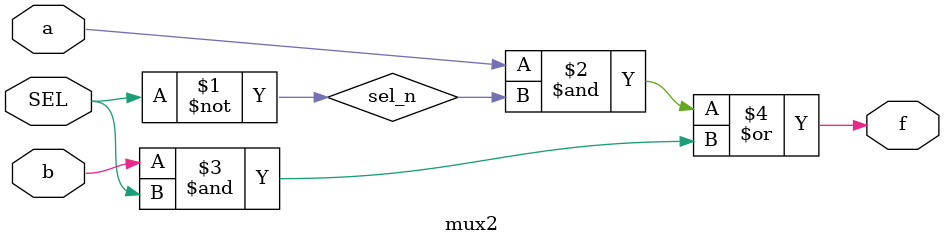
<source format=v>


module mux2 (input SEL, a, b, output f);

  assign sel_n = ~ SEL;

  assign f = (a & sel_n) | (b & SEL);

endmodule

</source>
